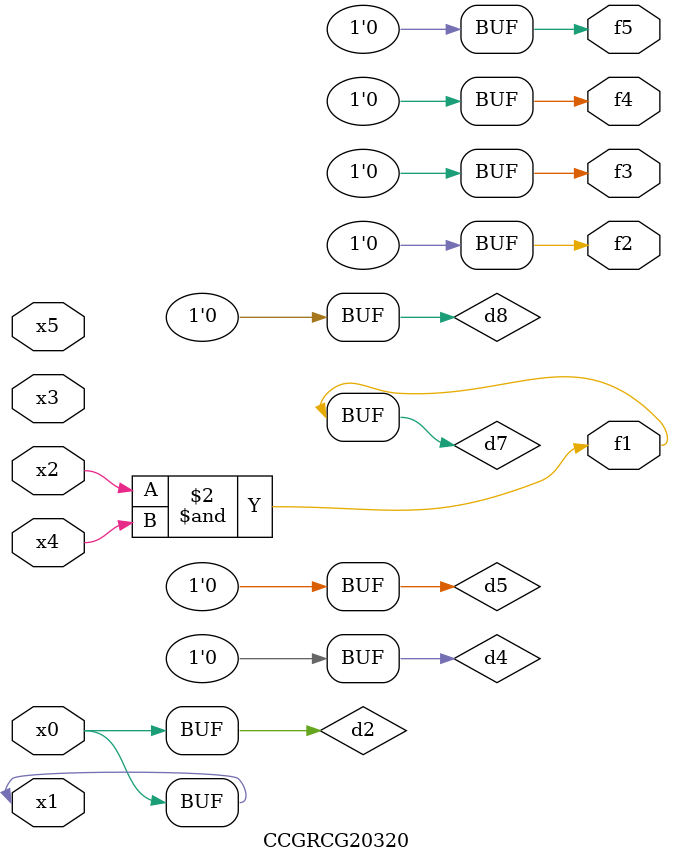
<source format=v>
module CCGRCG20320(
	input x0, x1, x2, x3, x4, x5,
	output f1, f2, f3, f4, f5
);

	wire d1, d2, d3, d4, d5, d6, d7, d8, d9;

	nand (d1, x1);
	buf (d2, x0, x1);
	nand (d3, x2, x4);
	and (d4, d1, d2);
	and (d5, d1, d2);
	nand (d6, d1, d3);
	not (d7, d3);
	xor (d8, d5);
	nor (d9, d5, d6);
	assign f1 = d7;
	assign f2 = d8;
	assign f3 = d8;
	assign f4 = d8;
	assign f5 = d8;
endmodule

</source>
